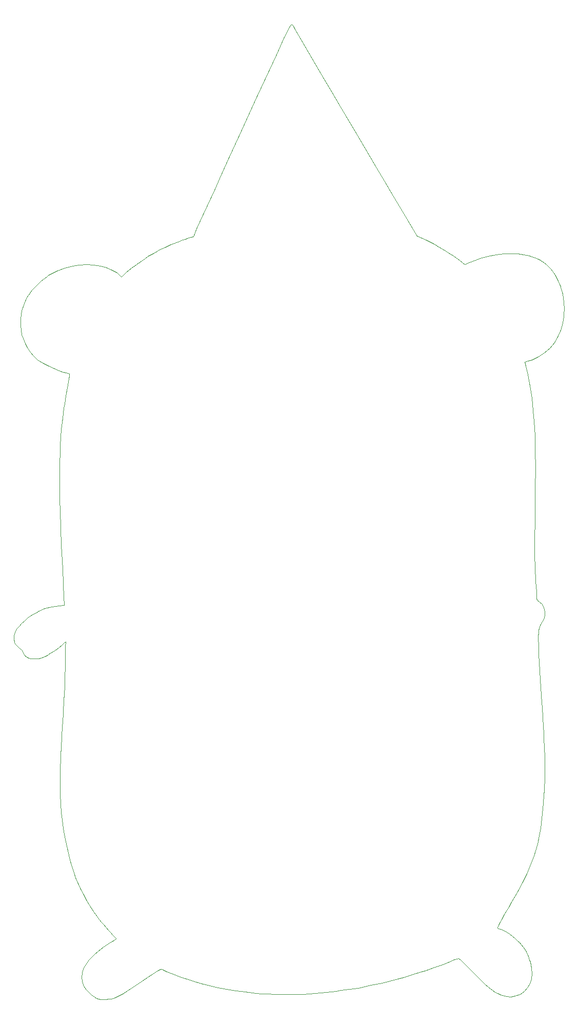
<source format=gbr>
G04 #@! TF.GenerationSoftware,KiCad,Pcbnew,8.0.5-8.0.5-0~ubuntu24.04.1*
G04 #@! TF.CreationDate,2024-10-08T07:53:09+09:00*
G04 #@! TF.ProjectId,gopher_party_rp2040_sw,676f7068-6572-45f7-9061-7274795f7270,rev?*
G04 #@! TF.SameCoordinates,Original*
G04 #@! TF.FileFunction,Profile,NP*
%FSLAX46Y46*%
G04 Gerber Fmt 4.6, Leading zero omitted, Abs format (unit mm)*
G04 Created by KiCad (PCBNEW 8.0.5-8.0.5-0~ubuntu24.04.1) date 2024-10-08 07:53:09*
%MOMM*%
%LPD*%
G01*
G04 APERTURE LIST*
G04 #@! TA.AperFunction,Profile*
%ADD10C,0.050000*%
G04 #@! TD*
G04 APERTURE END LIST*
D10*
X61780000Y-122360000D02*
X61810000Y-121790000D01*
X61810000Y-121790000D02*
X61940000Y-121240000D01*
X61850000Y-122840000D02*
X61780000Y-122360000D01*
X61890000Y-122940000D02*
X61850000Y-122840000D01*
X61940000Y-121240000D02*
X62050000Y-120990000D01*
X62040000Y-123170000D02*
X61890000Y-122940000D01*
X62050000Y-120990000D02*
X62280000Y-120610000D01*
X62280000Y-120610000D02*
X62580000Y-120240000D01*
X62360000Y-123550000D02*
X62040000Y-123170000D01*
X62580000Y-120240000D02*
X63010000Y-119770000D01*
X62670000Y-123840000D02*
X62360000Y-123550000D01*
X62860000Y-70600000D02*
X62870000Y-70100000D01*
X62870000Y-70100000D02*
X62880000Y-69420000D01*
X62880000Y-69420000D02*
X63080000Y-68190000D01*
X62930000Y-71390000D02*
X62860000Y-70600000D01*
X62960000Y-124060000D02*
X62670000Y-123840000D01*
X63010000Y-119770000D02*
X63510000Y-119280000D01*
X63040000Y-124140000D02*
X62960000Y-124060000D01*
X63070000Y-72150000D02*
X62930000Y-71390000D01*
X63080000Y-68190000D02*
X63440000Y-67010000D01*
X63180000Y-124370000D02*
X63040000Y-124140000D01*
X63270000Y-72730000D02*
X63070000Y-72150000D01*
X63440000Y-67010000D02*
X63910000Y-66010000D01*
X63490000Y-124940000D02*
X63180000Y-124370000D01*
X63510000Y-119280000D02*
X64050000Y-118830000D01*
X63620000Y-73550000D02*
X63270000Y-72730000D01*
X63910000Y-66010000D02*
X64120000Y-65630000D01*
X63910000Y-125330000D02*
X63490000Y-124940000D01*
X63980000Y-74240000D02*
X63620000Y-73550000D01*
X64050000Y-118830000D02*
X64540000Y-118470000D01*
X64120000Y-65630000D02*
X64730000Y-64790000D01*
X64210000Y-125500000D02*
X63910000Y-125330000D01*
X64450000Y-125580000D02*
X64210000Y-125500000D01*
X64490000Y-75010000D02*
X63980000Y-74240000D01*
X64540000Y-118470000D02*
X65640000Y-117840000D01*
X64730000Y-64790000D02*
X65460000Y-63980000D01*
X64830000Y-125610000D02*
X64450000Y-125580000D01*
X65020000Y-75630000D02*
X64490000Y-75010000D01*
X65460000Y-63980000D02*
X66250000Y-63240000D01*
X65520000Y-125610000D02*
X64830000Y-125610000D01*
X65640000Y-117840000D02*
X65730000Y-117790000D01*
X65700000Y-76260000D02*
X65020000Y-75630000D01*
X65730000Y-117790000D02*
X66880000Y-117300000D01*
X65850000Y-125580000D02*
X65520000Y-125610000D01*
X66170000Y-125520000D02*
X65850000Y-125580000D01*
X66250000Y-63240000D02*
X67150000Y-62560000D01*
X66650000Y-76900000D02*
X65700000Y-76260000D01*
X66870000Y-125200000D02*
X66170000Y-125520000D01*
X66880000Y-117300000D02*
X68040000Y-116990000D01*
X67150000Y-62560000D02*
X67460000Y-62350000D01*
X67320000Y-77270000D02*
X66650000Y-76900000D01*
X67320000Y-124970000D02*
X66870000Y-125200000D01*
X67460000Y-62350000D02*
X68110000Y-61950000D01*
X67530000Y-124850000D02*
X67320000Y-124970000D01*
X68040000Y-116990000D02*
X69210000Y-116840000D01*
X68090000Y-124510000D02*
X67530000Y-124850000D01*
X68110000Y-61950000D02*
X68980000Y-61530000D01*
X68450000Y-77770000D02*
X67320000Y-77270000D01*
X68570000Y-124200000D02*
X68090000Y-124510000D01*
X68980000Y-61530000D02*
X70130000Y-61110000D01*
X69110000Y-123820000D02*
X68570000Y-124200000D01*
X69210000Y-116840000D02*
X70010000Y-116790000D01*
X69220000Y-78060000D02*
X68450000Y-77770000D01*
X69280000Y-94250000D02*
X69310000Y-93280000D01*
X69280000Y-95880000D02*
X69280000Y-94250000D01*
X69310000Y-93280000D02*
X69360000Y-91520000D01*
X69310000Y-98550000D02*
X69280000Y-95880000D01*
X69330000Y-99490000D02*
X69310000Y-98550000D01*
X69360000Y-91520000D02*
X69410000Y-90400000D01*
X69380000Y-101130000D02*
X69330000Y-99490000D01*
X69390000Y-145480000D02*
X69400000Y-144680000D01*
X69390000Y-145750000D02*
X69390000Y-145480000D01*
X69390000Y-146310000D02*
X69390000Y-145750000D01*
X69390000Y-146830000D02*
X69390000Y-146310000D01*
X69400000Y-101900000D02*
X69380000Y-101130000D01*
X69400000Y-144680000D02*
X69410000Y-144260000D01*
X69400000Y-147450000D02*
X69390000Y-146830000D01*
X69410000Y-90400000D02*
X69500000Y-89000000D01*
X69410000Y-144260000D02*
X69420000Y-143790000D01*
X69420000Y-143790000D02*
X69430000Y-143290000D01*
X69420000Y-148330000D02*
X69400000Y-147450000D01*
X69430000Y-143290000D02*
X69460000Y-142550000D01*
X69450000Y-103320000D02*
X69400000Y-101900000D01*
X69450000Y-149090000D02*
X69420000Y-148330000D01*
X69460000Y-142550000D02*
X69480000Y-141790000D01*
X69470000Y-103990000D02*
X69450000Y-103320000D01*
X69470000Y-149560000D02*
X69450000Y-149090000D01*
X69480000Y-141790000D02*
X69510000Y-141080000D01*
X69500000Y-89000000D02*
X69590000Y-87740000D01*
X69510000Y-104760000D02*
X69470000Y-103990000D01*
X69510000Y-141080000D02*
X69530000Y-140540000D01*
X69530000Y-140540000D02*
X69550000Y-140180000D01*
X69550000Y-140180000D02*
X69580000Y-139510000D01*
X69570000Y-106170000D02*
X69510000Y-104760000D01*
X69580000Y-139510000D02*
X69610000Y-139140000D01*
X69590000Y-87740000D02*
X69710000Y-86540000D01*
X69600000Y-106940000D02*
X69570000Y-106170000D01*
X69600000Y-151000000D02*
X69470000Y-149560000D01*
X69610000Y-139140000D02*
X69630000Y-138740000D01*
X69630000Y-138740000D02*
X69650000Y-138320000D01*
X69650000Y-138320000D02*
X69680000Y-137920000D01*
X69660000Y-108070000D02*
X69600000Y-106940000D01*
X69680000Y-137920000D02*
X69730000Y-137190000D01*
X69700000Y-152120000D02*
X69600000Y-151000000D01*
X69710000Y-86540000D02*
X69780000Y-85890000D01*
X69730000Y-123310000D02*
X69110000Y-123820000D01*
X69730000Y-137190000D02*
X69760000Y-136720000D01*
X69760000Y-136720000D02*
X69800000Y-136030000D01*
X69780000Y-85890000D02*
X69860000Y-85140000D01*
X69800000Y-110830000D02*
X69660000Y-108070000D01*
X69800000Y-136030000D02*
X69830000Y-135530000D01*
X69830000Y-135530000D02*
X69870000Y-134940000D01*
X69860000Y-85140000D02*
X69980000Y-84260000D01*
X69870000Y-134940000D02*
X69900000Y-134370000D01*
X69890000Y-78300000D02*
X69220000Y-78060000D01*
X69900000Y-113100000D02*
X69800000Y-110830000D01*
X69900000Y-134370000D02*
X70010000Y-132440000D01*
X69910000Y-153580000D02*
X69700000Y-152120000D01*
X69980000Y-84260000D02*
X70110000Y-83460000D01*
X70010000Y-116790000D02*
X70090000Y-116790000D01*
X70010000Y-132440000D02*
X70060000Y-131410000D01*
X70020000Y-115600000D02*
X69900000Y-113100000D01*
X70050000Y-154570000D02*
X69910000Y-153580000D01*
X70060000Y-116390000D02*
X70020000Y-115600000D01*
X70060000Y-131410000D02*
X70120000Y-130190000D01*
X70080000Y-122980000D02*
X69730000Y-123310000D01*
X70090000Y-116790000D02*
X70060000Y-116390000D01*
X70110000Y-83460000D02*
X70300000Y-82260000D01*
X70120000Y-130190000D02*
X70150000Y-129230000D01*
X70130000Y-61110000D02*
X71390000Y-60800000D01*
X70150000Y-129230000D02*
X70180000Y-128150000D01*
X70180000Y-128150000D02*
X70200000Y-127360000D01*
X70200000Y-127360000D02*
X70230000Y-125850000D01*
X70200000Y-155360000D02*
X70050000Y-154570000D01*
X70230000Y-125850000D02*
X70260000Y-124330000D01*
X70260000Y-124330000D02*
X70270000Y-123400000D01*
X70270000Y-123400000D02*
X70280000Y-122940000D01*
X70280000Y-122940000D02*
X70300000Y-122780000D01*
X70300000Y-82260000D02*
X70540000Y-80860000D01*
X70300000Y-122780000D02*
X70080000Y-122980000D01*
X70380000Y-78450000D02*
X69890000Y-78300000D01*
X70540000Y-80860000D02*
X70720000Y-79960000D01*
X70720000Y-79960000D02*
X70840000Y-79340000D01*
X70840000Y-79340000D02*
X70910000Y-78980000D01*
X70910000Y-78980000D02*
X70940000Y-78730000D01*
X70920000Y-78610000D02*
X70380000Y-78450000D01*
X70940000Y-78730000D02*
X70920000Y-78610000D01*
X71000000Y-158760000D02*
X70200000Y-155360000D01*
X71220000Y-159600000D02*
X71000000Y-158760000D01*
X71390000Y-60800000D02*
X72540000Y-60630000D01*
X71670000Y-160870000D02*
X71220000Y-159600000D01*
X71960000Y-161710000D02*
X71670000Y-160870000D01*
X72360000Y-162640000D02*
X71960000Y-161710000D01*
X72540000Y-60630000D02*
X73760000Y-60570000D01*
X72770000Y-163600000D02*
X72360000Y-162640000D01*
X72930000Y-178080000D02*
X72940000Y-177970000D01*
X72940000Y-177970000D02*
X72990000Y-177550000D01*
X72990000Y-177550000D02*
X73020000Y-177320000D01*
X73020000Y-177320000D02*
X73290000Y-176560000D01*
X73020000Y-178810000D02*
X72930000Y-178080000D01*
X73250000Y-164510000D02*
X72770000Y-163600000D01*
X73290000Y-176560000D02*
X73770000Y-175760000D01*
X73310000Y-179570000D02*
X73020000Y-178810000D01*
X73380000Y-179710000D02*
X73310000Y-179570000D01*
X73460000Y-179830000D02*
X73380000Y-179710000D01*
X73720000Y-180190000D02*
X73460000Y-179830000D01*
X73760000Y-60570000D02*
X74920000Y-60620000D01*
X73770000Y-175760000D02*
X74140000Y-175310000D01*
X73780000Y-165530000D02*
X73250000Y-164510000D01*
X74140000Y-175310000D02*
X74550000Y-174820000D01*
X74200000Y-166200000D02*
X73780000Y-165530000D01*
X74200000Y-180710000D02*
X73720000Y-180190000D01*
X74550000Y-174820000D02*
X75020000Y-174370000D01*
X74590000Y-181060000D02*
X74200000Y-180710000D01*
X74920000Y-60620000D02*
X76060000Y-60790000D01*
X74980000Y-167420000D02*
X74200000Y-166200000D01*
X75020000Y-174370000D02*
X75630000Y-173850000D01*
X75020000Y-181390000D02*
X74590000Y-181060000D01*
X75410000Y-181610000D02*
X75020000Y-181390000D01*
X75480000Y-168090000D02*
X74980000Y-167420000D01*
X75630000Y-173850000D02*
X76490000Y-173180000D01*
X75740000Y-181720000D02*
X75410000Y-181610000D01*
X75860000Y-168590000D02*
X75480000Y-168090000D01*
X76050000Y-181780000D02*
X75740000Y-181720000D01*
X76060000Y-60790000D02*
X77040000Y-61050000D01*
X76260000Y-169120000D02*
X75860000Y-168590000D01*
X76480000Y-169370000D02*
X76260000Y-169120000D01*
X76490000Y-173180000D02*
X77040000Y-172790000D01*
X76490000Y-181810000D02*
X76050000Y-181780000D01*
X76920000Y-181790000D02*
X76490000Y-181810000D01*
X76980000Y-169940000D02*
X76480000Y-169370000D01*
X77040000Y-61050000D02*
X77980000Y-61440000D01*
X77040000Y-172790000D02*
X77500000Y-172500000D01*
X77350000Y-170350000D02*
X76980000Y-169940000D01*
X77400000Y-181750000D02*
X76920000Y-181790000D01*
X77500000Y-172500000D02*
X77970000Y-172200000D01*
X77730000Y-170780000D02*
X77350000Y-170350000D01*
X77850000Y-181670000D02*
X77400000Y-181750000D01*
X77970000Y-172200000D02*
X78250000Y-172030000D01*
X77980000Y-61440000D02*
X78760000Y-61910000D01*
X78040000Y-171100000D02*
X77730000Y-170780000D01*
X78250000Y-172030000D02*
X78440000Y-171910000D01*
X78300000Y-171370000D02*
X78040000Y-171100000D01*
X78360000Y-181520000D02*
X77850000Y-181670000D01*
X78440000Y-171910000D02*
X78530000Y-171850000D01*
X78530000Y-171850000D02*
X78640000Y-171780000D01*
X78590000Y-171690000D02*
X78300000Y-171370000D01*
X78640000Y-171780000D02*
X78650000Y-171770000D01*
X78650000Y-171770000D02*
X78590000Y-171690000D01*
X78760000Y-61910000D02*
X79210000Y-62290000D01*
X78850000Y-181320000D02*
X78360000Y-181520000D01*
X79210000Y-62290000D02*
X79500000Y-62560000D01*
X79210000Y-181140000D02*
X78850000Y-181320000D01*
X79500000Y-62560000D02*
X79520000Y-62590000D01*
X79520000Y-62590000D02*
X79840000Y-62300000D01*
X79840000Y-62300000D02*
X80340000Y-61860000D01*
X79890000Y-180770000D02*
X79210000Y-181140000D01*
X80340000Y-61860000D02*
X81180000Y-61180000D01*
X80490000Y-180390000D02*
X79890000Y-180770000D01*
X81180000Y-61180000D02*
X81990000Y-60530000D01*
X81180000Y-179940000D02*
X80490000Y-180390000D01*
X81910000Y-179450000D02*
X81180000Y-179940000D01*
X81990000Y-60530000D02*
X82850000Y-59930000D01*
X82850000Y-59930000D02*
X83330000Y-59610000D01*
X82910000Y-178740000D02*
X81910000Y-179450000D01*
X83330000Y-59610000D02*
X83900000Y-59220000D01*
X83780000Y-178140000D02*
X82910000Y-178740000D01*
X83900000Y-59220000D02*
X84730000Y-58740000D01*
X84730000Y-58740000D02*
X85340000Y-58400000D01*
X84740000Y-177520000D02*
X83780000Y-178140000D01*
X85340000Y-58400000D02*
X85850000Y-58100000D01*
X85490000Y-177060000D02*
X84740000Y-177520000D01*
X85850000Y-58100000D02*
X86680000Y-57720000D01*
X85980000Y-176820000D02*
X85490000Y-177060000D01*
X86120000Y-176780000D02*
X85980000Y-176820000D01*
X86230000Y-176790000D02*
X86120000Y-176780000D01*
X86310000Y-176850000D02*
X86230000Y-176790000D01*
X86520000Y-176980000D02*
X86310000Y-176850000D01*
X86680000Y-57720000D02*
X87710000Y-57240000D01*
X86960000Y-177190000D02*
X86520000Y-176980000D01*
X87710000Y-57240000D02*
X87930000Y-57140000D01*
X87920000Y-177600000D02*
X86960000Y-177190000D01*
X87930000Y-57140000D02*
X88880000Y-56790000D01*
X88880000Y-56790000D02*
X89640000Y-56510000D01*
X89170000Y-178060000D02*
X87920000Y-177600000D01*
X89640000Y-56510000D02*
X90040000Y-56360000D01*
X90040000Y-56360000D02*
X90370000Y-56250000D01*
X90370000Y-56250000D02*
X90860000Y-56100000D01*
X90860000Y-56100000D02*
X91360000Y-55950000D01*
X91040000Y-178690000D02*
X89170000Y-178060000D01*
X91360000Y-55950000D02*
X91940000Y-54640000D01*
X91940000Y-54640000D02*
X93040000Y-52270000D01*
X92680000Y-179180000D02*
X91040000Y-178690000D01*
X93040000Y-52270000D02*
X94270000Y-49570000D01*
X94270000Y-49570000D02*
X94950000Y-48090000D01*
X94950000Y-48090000D02*
X95760000Y-46300000D01*
X95430000Y-179830000D02*
X92680000Y-179180000D01*
X95760000Y-46300000D02*
X97280000Y-42960000D01*
X96370000Y-179990000D02*
X95430000Y-179830000D01*
X97280000Y-42960000D02*
X98870000Y-39480000D01*
X98340000Y-180350000D02*
X96370000Y-179990000D01*
X98870000Y-39480000D02*
X101930000Y-32770000D01*
X99260000Y-180470000D02*
X98340000Y-180350000D01*
X101120000Y-180720000D02*
X99260000Y-180470000D01*
X101700000Y-180770000D02*
X101120000Y-180720000D01*
X101930000Y-32770000D02*
X105090000Y-25890000D01*
X102710000Y-180830000D02*
X101700000Y-180770000D01*
X103600000Y-180860000D02*
X102710000Y-180830000D01*
X104960000Y-180920000D02*
X103600000Y-180860000D01*
X105090000Y-25890000D02*
X106330000Y-23220000D01*
X106330000Y-23220000D02*
X107320000Y-21240000D01*
X106630000Y-180930000D02*
X104960000Y-180920000D01*
X107320000Y-21240000D02*
X107470000Y-21050000D01*
X107470000Y-21050000D02*
X107520000Y-21000000D01*
X107520000Y-21000000D02*
X107550000Y-20980000D01*
X107550000Y-20980000D02*
X107730000Y-21040000D01*
X107730000Y-21040000D02*
X107910000Y-21270000D01*
X107900000Y-180930000D02*
X106630000Y-180930000D01*
X107910000Y-21270000D02*
X108080000Y-21630000D01*
X108080000Y-21630000D02*
X108740000Y-22810000D01*
X108740000Y-22810000D02*
X110760000Y-26240000D01*
X109410000Y-180920000D02*
X107900000Y-180930000D01*
X110570000Y-180860000D02*
X109410000Y-180920000D01*
X110760000Y-26240000D02*
X112570000Y-29320000D01*
X112430000Y-180680000D02*
X110570000Y-180860000D01*
X112570000Y-29320000D02*
X114660000Y-32840000D01*
X114660000Y-32840000D02*
X115640000Y-34500000D01*
X114920000Y-180440000D02*
X112430000Y-180680000D01*
X115640000Y-34500000D02*
X116390000Y-35770000D01*
X115740000Y-180310000D02*
X114920000Y-180440000D01*
X116390000Y-35770000D02*
X118500000Y-39340000D01*
X118500000Y-39340000D02*
X121630000Y-44630000D01*
X118570000Y-179900000D02*
X115740000Y-180310000D01*
X120720000Y-179460000D02*
X118570000Y-179900000D01*
X121630000Y-44630000D02*
X122890000Y-46750000D01*
X122600000Y-179070000D02*
X120720000Y-179460000D01*
X122890000Y-46750000D02*
X124350000Y-49240000D01*
X124350000Y-49240000D02*
X126600000Y-53030000D01*
X125110000Y-178420000D02*
X122600000Y-179070000D01*
X126120000Y-178140000D02*
X125110000Y-178420000D01*
X126600000Y-53030000D02*
X127700000Y-54890000D01*
X127670000Y-177660000D02*
X126120000Y-178140000D01*
X127700000Y-54890000D02*
X128210000Y-55740000D01*
X128210000Y-55740000D02*
X128270000Y-55840000D01*
X128270000Y-55840000D02*
X129130000Y-56230000D01*
X129020000Y-177240000D02*
X127670000Y-177660000D01*
X129130000Y-56230000D02*
X129740000Y-56510000D01*
X129700000Y-177030000D02*
X129020000Y-177240000D01*
X129740000Y-56510000D02*
X131080000Y-57150000D01*
X131040000Y-176540000D02*
X129700000Y-177030000D01*
X131080000Y-57150000D02*
X132070000Y-57720000D01*
X131570000Y-176350000D02*
X131040000Y-176540000D01*
X132070000Y-57720000D02*
X132810000Y-58140000D01*
X132520000Y-176000000D02*
X131570000Y-176350000D01*
X132810000Y-58140000D02*
X133350000Y-58480000D01*
X133350000Y-58480000D02*
X134390000Y-59180000D01*
X133410000Y-175660000D02*
X132520000Y-176000000D01*
X134390000Y-59180000D02*
X135360000Y-59870000D01*
X134520000Y-175220000D02*
X133410000Y-175660000D01*
X134910000Y-175070000D02*
X134520000Y-175220000D01*
X135140000Y-174980000D02*
X134910000Y-175070000D01*
X135360000Y-59870000D02*
X135890000Y-60290000D01*
X135500000Y-175270000D02*
X135140000Y-174980000D01*
X135870000Y-175610000D02*
X135500000Y-175270000D01*
X135890000Y-60290000D02*
X136210000Y-60540000D01*
X136210000Y-60540000D02*
X136970000Y-60220000D01*
X136210000Y-175950000D02*
X135870000Y-175610000D01*
X136630000Y-176370000D02*
X136210000Y-175950000D01*
X136970000Y-60220000D02*
X137870000Y-59880000D01*
X137240000Y-177000000D02*
X136630000Y-176370000D01*
X137870000Y-59880000D02*
X138730000Y-59560000D01*
X137900000Y-177680000D02*
X137240000Y-177000000D01*
X138450000Y-178240000D02*
X137900000Y-177680000D01*
X138730000Y-59560000D02*
X140030000Y-59180000D01*
X139500000Y-179280000D02*
X138450000Y-178240000D01*
X140030000Y-59180000D02*
X141330000Y-58920000D01*
X140060000Y-179770000D02*
X139500000Y-179280000D01*
X140730000Y-180290000D02*
X140060000Y-179770000D01*
X141220000Y-180590000D02*
X140730000Y-180290000D01*
X141330000Y-58920000D02*
X142610000Y-58780000D01*
X141570000Y-169910000D02*
X141570000Y-170000000D01*
X141570000Y-170000000D02*
X141720000Y-170090000D01*
X141610000Y-180800000D02*
X141220000Y-180590000D01*
X141720000Y-170090000D02*
X142120000Y-170230000D01*
X141790000Y-169490000D02*
X141570000Y-169910000D01*
X142030000Y-169050000D02*
X141790000Y-169490000D01*
X142120000Y-170230000D02*
X142740000Y-170480000D01*
X142140000Y-181030000D02*
X141610000Y-180800000D01*
X142300000Y-168570000D02*
X142030000Y-169050000D01*
X142610000Y-58780000D02*
X143750000Y-58740000D01*
X142640000Y-167950000D02*
X142300000Y-168570000D01*
X142740000Y-170480000D02*
X143570000Y-170970000D01*
X143000000Y-167320000D02*
X142640000Y-167950000D01*
X143050000Y-181280000D02*
X142140000Y-181030000D01*
X143460000Y-166530000D02*
X143000000Y-167320000D01*
X143570000Y-170970000D02*
X144080000Y-171350000D01*
X143750000Y-58740000D02*
X144930000Y-58780000D01*
X143810000Y-181340000D02*
X143050000Y-181280000D01*
X143930000Y-165700000D02*
X143460000Y-166530000D01*
X144080000Y-171350000D02*
X144400000Y-171600000D01*
X144400000Y-171600000D02*
X145010000Y-172190000D01*
X144530000Y-181230000D02*
X143810000Y-181340000D01*
X144580000Y-164570000D02*
X143930000Y-165700000D01*
X144930000Y-58780000D02*
X145960000Y-58900000D01*
X144970000Y-163860000D02*
X144580000Y-164570000D01*
X145010000Y-172190000D02*
X145150000Y-172320000D01*
X145150000Y-172320000D02*
X145810000Y-173120000D01*
X145350000Y-180920000D02*
X144530000Y-181230000D01*
X145730000Y-162440000D02*
X144970000Y-163860000D01*
X145810000Y-173120000D02*
X146230000Y-173760000D01*
X145960000Y-58900000D02*
X146890000Y-59120000D01*
X146040000Y-180430000D02*
X145350000Y-180920000D01*
X146120000Y-76660000D02*
X146270000Y-77310000D01*
X146230000Y-173760000D02*
X146710000Y-174710000D01*
X146270000Y-77310000D02*
X146590000Y-78730000D01*
X146420000Y-161040000D02*
X145730000Y-162440000D01*
X146550000Y-179850000D02*
X146040000Y-180430000D01*
X146590000Y-78730000D02*
X146780000Y-79660000D01*
X146630000Y-76470000D02*
X146120000Y-76660000D01*
X146710000Y-174710000D02*
X146900000Y-175250000D01*
X146780000Y-79660000D02*
X147030000Y-81050000D01*
X146890000Y-59120000D02*
X147040000Y-59170000D01*
X146900000Y-175250000D02*
X147040000Y-175650000D01*
X146920000Y-179170000D02*
X146550000Y-179850000D01*
X146970000Y-159790000D02*
X146420000Y-161040000D01*
X147030000Y-81050000D02*
X147260000Y-82620000D01*
X147040000Y-59170000D02*
X147760000Y-59430000D01*
X147040000Y-175650000D02*
X147230000Y-176620000D01*
X147170000Y-178380000D02*
X146920000Y-179170000D01*
X147230000Y-176620000D02*
X147270000Y-177500000D01*
X147240000Y-76270000D02*
X146630000Y-76470000D01*
X147260000Y-82620000D02*
X147380000Y-83600000D01*
X147270000Y-177500000D02*
X147170000Y-178380000D01*
X147380000Y-83600000D02*
X147490000Y-84680000D01*
X147490000Y-84680000D02*
X147630000Y-86460000D01*
X147590000Y-158110000D02*
X146970000Y-159790000D01*
X147630000Y-86460000D02*
X147750000Y-88780000D01*
X147720000Y-105800000D02*
X147730000Y-107610000D01*
X147730000Y-107610000D02*
X147740000Y-108750000D01*
X147740000Y-108750000D02*
X147790000Y-110320000D01*
X147750000Y-88780000D02*
X147800000Y-90800000D01*
X147760000Y-59430000D02*
X148210000Y-59650000D01*
X147760000Y-102890000D02*
X147720000Y-105800000D01*
X147770000Y-101620000D02*
X147760000Y-102890000D01*
X147790000Y-110320000D02*
X147810000Y-111170000D01*
X147800000Y-90800000D02*
X147850000Y-94470000D01*
X147800000Y-99570000D02*
X147770000Y-101620000D01*
X147810000Y-111170000D02*
X147850000Y-112050000D01*
X147830000Y-97170000D02*
X147800000Y-99570000D01*
X147850000Y-94470000D02*
X147830000Y-97170000D01*
X147850000Y-112050000D02*
X147900000Y-112860000D01*
X147870000Y-157250000D02*
X147590000Y-158110000D01*
X147900000Y-112860000D02*
X147940000Y-113530000D01*
X147940000Y-113530000D02*
X148010000Y-114680000D01*
X148010000Y-114680000D02*
X148080000Y-115580000D01*
X148080000Y-115580000D02*
X148100000Y-115900000D01*
X148100000Y-115900000D02*
X148470000Y-116170000D01*
X148180000Y-156130000D02*
X147870000Y-157250000D01*
X148210000Y-59650000D02*
X148720000Y-59910000D01*
X148340000Y-75790000D02*
X147240000Y-76270000D01*
X148340000Y-121890000D02*
X148340000Y-122430000D01*
X148340000Y-122430000D02*
X148350000Y-123160000D01*
X148350000Y-123160000D02*
X148370000Y-123850000D01*
X148370000Y-121340000D02*
X148340000Y-121890000D01*
X148370000Y-123850000D02*
X148410000Y-124810000D01*
X148410000Y-120910000D02*
X148370000Y-121340000D01*
X148410000Y-124810000D02*
X148480000Y-126150000D01*
X148460000Y-120580000D02*
X148410000Y-120910000D01*
X148460000Y-154820000D02*
X148180000Y-156130000D01*
X148470000Y-116170000D02*
X148940000Y-116610000D01*
X148480000Y-126150000D02*
X148550000Y-127500000D01*
X148520000Y-120320000D02*
X148460000Y-120580000D01*
X148550000Y-127500000D02*
X148650000Y-129070000D01*
X148610000Y-120100000D02*
X148520000Y-120320000D01*
X148650000Y-129070000D02*
X148820000Y-131590000D01*
X148690000Y-153500000D02*
X148460000Y-154820000D01*
X148720000Y-59910000D02*
X149310000Y-60330000D01*
X148720000Y-119920000D02*
X148610000Y-120100000D01*
X148820000Y-131590000D02*
X148910000Y-132790000D01*
X148910000Y-132790000D02*
X148970000Y-133690000D01*
X148910000Y-151880000D02*
X148690000Y-153500000D01*
X148940000Y-116610000D02*
X149260000Y-117160000D01*
X148970000Y-119510000D02*
X148720000Y-119920000D01*
X148970000Y-133690000D02*
X149060000Y-135130000D01*
X149060000Y-135130000D02*
X149170000Y-136860000D01*
X149080000Y-150300000D02*
X148910000Y-151880000D01*
X149160000Y-149370000D02*
X149080000Y-150300000D01*
X149170000Y-136860000D02*
X149220000Y-137780000D01*
X149190000Y-119070000D02*
X148970000Y-119510000D01*
X149220000Y-137780000D02*
X149270000Y-138790000D01*
X149260000Y-117160000D02*
X149420000Y-117780000D01*
X149260000Y-148220000D02*
X149160000Y-149370000D01*
X149270000Y-138790000D02*
X149330000Y-140190000D01*
X149310000Y-60330000D02*
X149630000Y-60570000D01*
X149320000Y-147200000D02*
X149260000Y-148220000D01*
X149330000Y-140190000D02*
X149390000Y-141730000D01*
X149340000Y-75130000D02*
X148340000Y-75790000D01*
X149390000Y-118430000D02*
X149190000Y-119070000D01*
X149390000Y-141730000D02*
X149420000Y-143810000D01*
X149400000Y-145300000D02*
X149320000Y-147200000D01*
X149420000Y-117780000D02*
X149390000Y-118430000D01*
X149420000Y-143810000D02*
X149400000Y-145300000D01*
X149630000Y-60570000D02*
X150400000Y-61330000D01*
X150220000Y-74320000D02*
X149340000Y-75130000D01*
X150400000Y-61330000D02*
X151060000Y-62230000D01*
X151000000Y-73380000D02*
X150220000Y-74320000D01*
X151060000Y-62230000D02*
X151180000Y-62450000D01*
X151180000Y-62450000D02*
X151330000Y-62730000D01*
X151330000Y-62730000D02*
X151600000Y-63220000D01*
X151530000Y-72490000D02*
X151000000Y-73380000D01*
X151600000Y-63220000D02*
X151850000Y-63830000D01*
X151850000Y-63830000D02*
X152000000Y-64230000D01*
X152000000Y-64230000D02*
X152040000Y-64320000D01*
X152000000Y-71420000D02*
X151530000Y-72490000D01*
X152040000Y-64320000D02*
X152270000Y-65150000D01*
X152270000Y-65150000D02*
X152360000Y-65500000D01*
X152340000Y-70240000D02*
X152000000Y-71420000D01*
X152360000Y-65500000D02*
X152540000Y-66690000D01*
X152530000Y-69090000D02*
X152340000Y-70240000D01*
X152540000Y-66690000D02*
X152600000Y-67900000D01*
X152550000Y-68770000D02*
X152530000Y-69090000D01*
X152600000Y-67900000D02*
X152550000Y-68770000D01*
M02*

</source>
